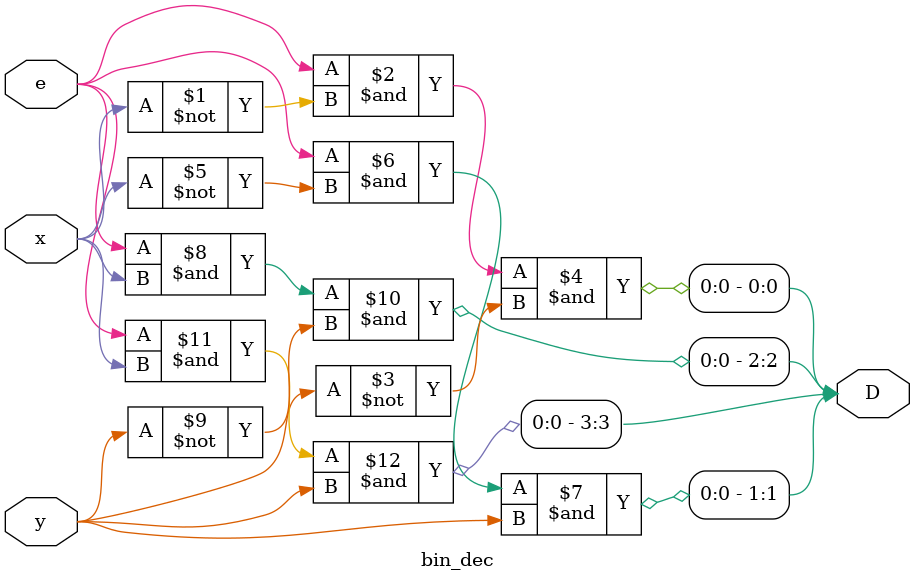
<source format=v>
module bin_dec(
    input wire x,y,e,
    output wire[3:0] D

);
assign D[0] =e&~x&~y;
assign D[1] =e&~x&y;
assign D[2] =e&x&~y;
assign D[3] = e&x&y;

endmodule
</source>
